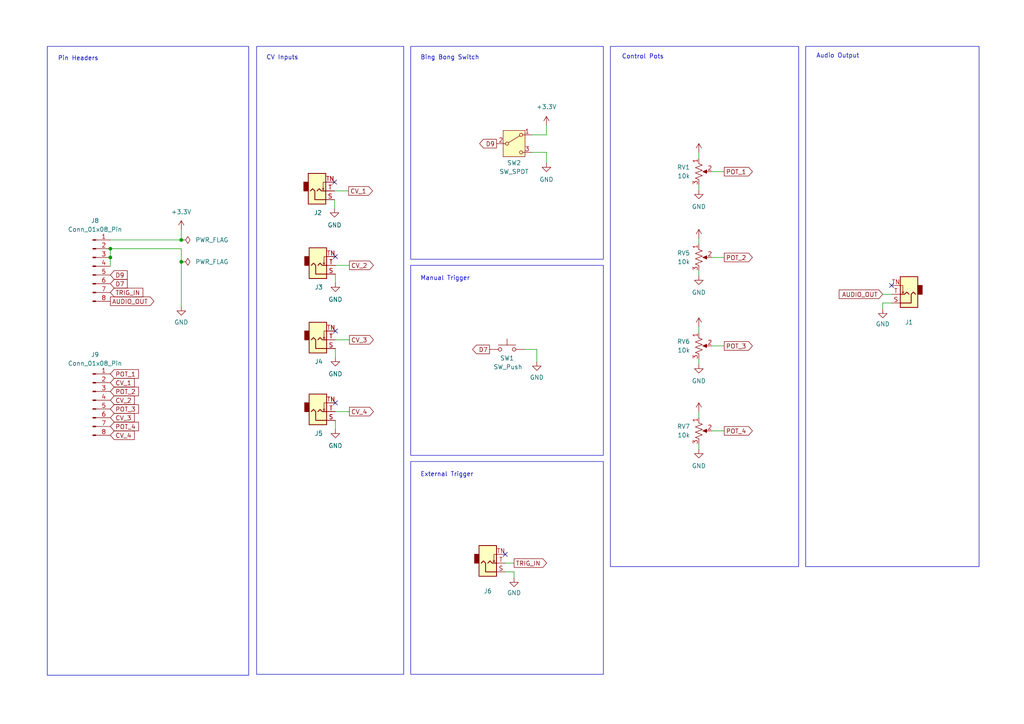
<source format=kicad_sch>
(kicad_sch (version 20231120) (generator "eeschema") (generator_version "8.0")
  (paper "A4")
  (lib_symbols
    (symbol "Connector:Conn_01x08_Pin" (pin_names (offset 1.016) hide)
      (property "Reference" "J" (at 0 10.16 0))
      (property "Value" "Conn_01x08_Pin" (at 0 -12.7 0))
      (symbol "Conn_01x08_Pin_1_1"
        (polyline (pts (xy 1.27 -10.16) (xy 0.8636 -10.16)) (stroke (width 0.1524)))
        (polyline (pts (xy 1.27 -7.62) (xy 0.8636 -7.62)) (stroke (width 0.1524)))
        (polyline (pts (xy 1.27 -5.08) (xy 0.8636 -5.08)) (stroke (width 0.1524)))
        (polyline (pts (xy 1.27 -2.54) (xy 0.8636 -2.54)) (stroke (width 0.1524)))
        (polyline (pts (xy 1.27 0) (xy 0.8636 0)) (stroke (width 0.1524)))
        (polyline (pts (xy 1.27 2.54) (xy 0.8636 2.54)) (stroke (width 0.1524)))
        (polyline (pts (xy 1.27 5.08) (xy 0.8636 5.08)) (stroke (width 0.1524)))
        (polyline (pts (xy 1.27 7.62) (xy 0.8636 7.62)) (stroke (width 0.1524)))
        (rectangle (start 0.8636 -10.033) (end 0 -10.287) (stroke (width 0.1524)) (fill (type outline)))
        (rectangle (start 0.8636 -7.493) (end 0 -7.747) (stroke (width 0.1524)) (fill (type outline)))
        (rectangle (start 0.8636 -4.953) (end 0 -5.207) (stroke (width 0.1524)) (fill (type outline)))
        (rectangle (start 0.8636 -2.413) (end 0 -2.667) (stroke (width 0.1524)) (fill (type outline)))
        (rectangle (start 0.8636 0.127) (end 0 -0.127) (stroke (width 0.1524)) (fill (type outline)))
        (rectangle (start 0.8636 2.667) (end 0 2.413) (stroke (width 0.1524)) (fill (type outline)))
        (rectangle (start 0.8636 5.207) (end 0 4.953) (stroke (width 0.1524)) (fill (type outline)))
        (rectangle (start 0.8636 7.747) (end 0 7.493) (stroke (width 0.1524)) (fill (type outline)))
        (pin passive line (at 5.08 7.62 180) (length 3.81) (name "Pin_1") (number "1"))
        (pin passive line (at 5.08 5.08 180) (length 3.81) (name "Pin_2") (number "2"))
        (pin passive line (at 5.08 2.54 180) (length 3.81) (name "Pin_3") (number "3"))
        (pin passive line (at 5.08 0 180) (length 3.81) (name "Pin_4") (number "4"))
        (pin passive line (at 5.08 -2.54 180) (length 3.81) (name "Pin_5") (number "5"))
        (pin passive line (at 5.08 -5.08 180) (length 3.81) (name "Pin_6") (number "6"))
        (pin passive line (at 5.08 -7.62 180) (length 3.81) (name "Pin_7") (number "7"))
        (pin passive line (at 5.08 -10.16 180) (length 3.81) (name "Pin_8") (number "8"))
      )
    )
    (symbol "Connector_Audio:AudioJack2_SwitchT"
      (property "Reference" "J" (at 0 8.89 0))
      (property "Value" "AudioJack2_SwitchT" (at 0 6.35 0))
      (symbol "AudioJack2_SwitchT_0_1"
        (rectangle (start -2.54 0) (end -3.81 -2.54) (stroke (width 0.254)) (fill (type outline)))
        (polyline (pts (xy 1.778 -0.254) (xy 2.032 -0.762)))
        (polyline (pts (xy 0 0) (xy 0.635 -0.635) (xy 1.27 0) (xy 2.54 0)) (stroke (width 0.254)))
        (polyline (pts (xy 2.54 -2.54) (xy 1.778 -2.54) (xy 1.778 -0.254) (xy 1.524 -0.762)))
        (polyline (pts (xy 2.54 2.54) (xy -0.635 2.54) (xy -0.635 0) (xy -1.27 -0.635) (xy -1.905 0)) (stroke (width 0.254)))
        (rectangle (start 2.54 3.81) (end -2.54 -5.08) (stroke (width 0.254)) (fill (type background)))
      )
      (symbol "AudioJack2_SwitchT_1_1"
        (pin passive line (at 5.08 2.54 180) (length 2.54) (name "~") (number "S"))
        (pin passive line (at 5.08 0 180) (length 2.54) (name "~") (number "T"))
        (pin passive line (at 5.08 -2.54 180) (length 2.54) (name "~") (number "TN"))
      )
    )
    (symbol "Device:R_Potentiometer_US" (pin_names (offset 1.016) hide)
      (property "Reference" "RV" (at -4.445 0 90))
      (property "Value" "R_Potentiometer_US" (at -2.54 0 90))
      (symbol "R_Potentiometer_US_0_1"
        (polyline (pts (xy 0 -2.286) (xy 0 -2.54)))
        (polyline (pts (xy 0 2.54) (xy 0 2.286)))
        (polyline (pts (xy 2.54 0) (xy 1.524 0)))
        (polyline (pts (xy 1.143 0) (xy 2.286 0.508) (xy 2.286 -0.508) (xy 1.143 0)) (fill (type outline)))
        (polyline (pts (xy 0 -0.762) (xy 1.016 -1.143) (xy 0 -1.524) (xy -1.016 -1.905) (xy 0 -2.286)))
        (polyline (pts (xy 0 0.762) (xy 1.016 0.381) (xy 0 0) (xy -1.016 -0.381) (xy 0 -0.762)))
        (polyline (pts (xy 0 2.286) (xy 1.016 1.905) (xy 0 1.524) (xy -1.016 1.143) (xy 0 0.762)))
      )
      (symbol "R_Potentiometer_US_1_1"
        (pin passive line (at 0 3.81 270) (length 1.27) (name "1") (number "1"))
        (pin passive line (at 3.81 0 180) (length 1.27) (name "2") (number "2"))
        (pin passive line (at 0 -3.81 90) (length 1.27) (name "3") (number "3"))
      )
    )
    (symbol "Switch:SW_Push" (pin_numbers hide) (pin_names (offset 1.016) hide)
      (property "Reference" "SW" (at 1.27 2.54 0))
      (property "Value" "SW_Push" (at 0 -1.524 0))
      (symbol "SW_Push_0_1"
        (circle (center -2.032 0) (radius 0.508))
        (polyline (pts (xy 0 1.27) (xy 0 3.048)))
        (polyline (pts (xy 2.54 1.27) (xy -2.54 1.27)))
        (circle (center 2.032 0) (radius 0.508))
        (pin passive line (at -5.08 0 0) (length 2.54) (name "1") (number "1"))
        (pin passive line (at 5.08 0 180) (length 2.54) (name "2") (number "2"))
      )
    )
    (symbol "Switch:SW_SPDT" (pin_names (offset 0) hide)
      (property "Reference" "SW" (at 0 5.08 0))
      (property "Value" "SW_SPDT" (at 0 -5.08 0))
      (symbol "SW_SPDT_0_1"
        (circle (center -2.032 0) (radius 0.4572))
        (polyline (pts (xy -1.651 0.254) (xy 1.651 2.286)))
        (circle (center 2.032 -2.54) (radius 0.4572))
        (circle (center 2.032 2.54) (radius 0.4572))
      )
      (symbol "SW_SPDT_1_1"
        (rectangle (start -3.175 3.81) (end 3.175 -3.81) (fill (type background)))
        (pin passive line (at 5.08 2.54 180) (length 2.54) (name "A") (number "1"))
        (pin passive line (at -5.08 0 0) (length 2.54) (name "B") (number "2"))
        (pin passive line (at 5.08 -2.54 180) (length 2.54) (name "C") (number "3"))
      )
    )
    (symbol "power:+3.3V" (power) (pin_names (offset 0))
      (property "Value" "+3.3V" (at 0 3.556 0))
      (symbol "+3.3V_0_1"
        (polyline (pts (xy -0.762 1.27) (xy 0 2.54)))
        (polyline (pts (xy 0 0) (xy 0 2.54)))
        (polyline (pts (xy 0 2.54) (xy 0.762 1.27)))
      )
      (symbol "+3.3V_1_1"
        (pin power_in line (at 0 0 90) (length 0) hide (name "+3.3V") (number "1"))
      )
    )
    (symbol "power:GND" (power) (pin_names (offset 0))
      (property "Value" "GND" (at 0 -3.81 0))
      (symbol "GND_0_1"
        (polyline (pts (xy 0 0) (xy 0 -1.27) (xy 1.27 -1.27) (xy 0 -2.54) (xy -1.27 -1.27) (xy 0 -1.27)))
      )
      (symbol "GND_1_1"
        (pin power_in line (at 0 0 270) (length 0) hide (name "GND") (number "1"))
      )
    )
    (symbol "power:PWR_FLAG" (power) (pin_numbers hide) (pin_names (offset 0) hide)
      (property "Value" "PWR_FLAG" (at 0 3.81 0))
      (symbol "PWR_FLAG_0_0"
        (pin power_out line (at 0 0 90) (length 0) (name "pwr") (number "1"))
      )
      (symbol "PWR_FLAG_0_1"
        (polyline (pts (xy 0 0) (xy 0 1.27) (xy -1.016 1.905) (xy 0 2.54) (xy 1.016 1.905) (xy 0 1.27)))
      )
    )
  )
  (junction (at 32.004 72.136))
  (junction (at 52.578 69.596))
  (junction (at 32.004 74.676))
  (junction (at 52.578 75.946))
  (no_connect (at 97.282 96.012))
  (no_connect (at 258.572 82.804))
  (no_connect (at 97.282 74.422))
  (no_connect (at 97.028 52.832))
  (no_connect (at 97.282 116.84))
  (no_connect (at 146.558 160.782))
  (wire (pts (xy 97.028 55.372) (xy 101.092 55.372)))
  (wire (pts (xy 202.692 119.38) (xy 202.692 121.158)))
  (wire (pts (xy 97.282 121.92) (xy 97.282 124.46)))
  (wire (pts (xy 256.032 87.884) (xy 258.572 87.884)))
  (wire (pts (xy 97.282 79.502) (xy 97.282 82.042)))
  (wire (pts (xy 97.282 101.092) (xy 97.282 103.632)))
  (wire (pts (xy 258.572 85.344) (xy 256.032 85.344)))
  (wire (pts (xy 202.692 128.778) (xy 202.692 130.302)))
  (wire (pts (xy 52.578 75.946) (xy 52.578 88.9)))
  (wire (pts (xy 202.692 69.088) (xy 202.692 70.866)))
  (wire (pts (xy 155.702 101.346) (xy 152.146 101.346)))
  (wire (pts (xy 32.004 77.216) (xy 32.004 74.676)))
  (wire (pts (xy 149.098 167.64) (xy 149.098 165.862)))
  (wire (pts (xy 155.702 104.902) (xy 155.702 101.346)))
  (wire (pts (xy 256.032 89.662) (xy 256.032 87.884)))
  (wire (pts (xy 52.578 66.548) (xy 52.578 69.596)))
  (wire (pts (xy 32.004 72.136) (xy 52.578 72.136)))
  (wire (pts (xy 97.028 57.912) (xy 97.028 60.452)))
  (wire (pts (xy 97.282 98.552) (xy 101.346 98.552)))
  (wire (pts (xy 202.692 94.742) (xy 202.692 96.52)))
  (wire (pts (xy 202.692 104.14) (xy 202.692 105.664)))
  (wire (pts (xy 210.058 49.784) (xy 206.502 49.784)))
  (wire (pts (xy 32.004 74.676) (xy 32.004 72.136)))
  (wire (pts (xy 210.058 100.33) (xy 206.502 100.33)))
  (wire (pts (xy 158.496 44.196) (xy 154.178 44.196)))
  (wire (pts (xy 210.058 124.968) (xy 206.502 124.968)))
  (wire (pts (xy 146.558 163.322) (xy 149.098 163.322)))
  (wire (pts (xy 52.578 69.596) (xy 32.004 69.596)))
  (wire (pts (xy 158.496 39.116) (xy 154.178 39.116)))
  (wire (pts (xy 202.692 53.594) (xy 202.692 55.118)))
  (wire (pts (xy 52.578 75.946) (xy 52.578 72.136)))
  (wire (pts (xy 210.058 74.676) (xy 206.502 74.676)))
  (wire (pts (xy 202.692 78.486) (xy 202.692 80.01)))
  (wire (pts (xy 149.098 165.862) (xy 146.558 165.862)))
  (wire (pts (xy 158.496 36.322) (xy 158.496 39.116)))
  (wire (pts (xy 158.496 47.244) (xy 158.496 44.196)))
  (wire (pts (xy 202.692 44.196) (xy 202.692 45.974)))
  (wire (pts (xy 97.282 76.962) (xy 101.346 76.962)))
  (wire (pts (xy 97.282 119.38) (xy 101.346 119.38)))
  (rectangle (start 119.126 76.962) (end 175.006 132.08))
  (rectangle (start 119.126 13.462) (end 175.006 75.184))
  (rectangle (start 13.716 13.462) (end 72.136 195.834))
  (rectangle (start 177.038 13.462) (end 231.648 164.338))
  (rectangle (start 119.126 133.858) (end 175.006 195.58))
  (rectangle (start 74.422 13.462) (end 117.094 195.58))
  (rectangle (start 233.68 13.462) (end 283.972 164.338))
  (text "Audio Output" (at 236.728 17.018 0) (effects (font (size 1.27 1.27)) (justify left bottom)))
  (text "Pin Headers" (at 16.764 17.78 0) (effects (font (size 1.27 1.27)) (justify left bottom)))
  (text "CV Inputs" (at 77.216 17.526 0) (effects (font (size 1.27 1.27)) (justify left bottom)))
  (text "Manual Trigger" (at 121.92 81.534 0) (effects (font (size 1.27 1.27)) (justify left bottom)))
  (text "External Trigger" (at 121.92 138.43 0) (effects (font (size 1.27 1.27)) (justify left bottom)))
  (text "Control Pots" (at 180.34 17.272 0) (effects (font (size 1.27 1.27)) (justify left bottom)))
  (text "Bing Bong Switch" (at 121.92 17.526 0) (effects (font (size 1.27 1.27)) (justify left bottom)))
  (global_label "POT_4" (shape input) (at 32.004 123.698 0) (property "Intersheetrefs" "${INTERSHEET_REFS}" (effects (hide yes))))
  (global_label "D9" (shape input) (at 32.004 79.756 0) (property "Intersheetrefs" "${INTERSHEET_REFS}" (effects (hide yes))))
  (global_label "CV_1" (shape input) (at 32.004 110.998 0) (property "Intersheetrefs" "${INTERSHEET_REFS}" (effects (hide yes))))
  (global_label "D7" (shape output) (at 141.986 101.346 180) (property "Intersheetrefs" "${INTERSHEET_REFS}" (effects (hide yes))))
  (global_label "TRIG_IN" (shape input) (at 32.004 84.836 0) (property "Intersheetrefs" "${INTERSHEET_REFS}" (effects (hide yes))))
  (global_label "AUDIO_OUT" (shape input) (at 256.032 85.344 180) (property "Intersheetrefs" "${INTERSHEET_REFS}" (effects (hide yes))))
  (global_label "POT_2" (shape output) (at 210.058 74.676 0) (property "Intersheetrefs" "${INTERSHEET_REFS}" (effects (hide yes))))
  (global_label "CV_4" (shape output) (at 101.346 119.38 0) (property "Intersheetrefs" "${INTERSHEET_REFS}" (effects (hide yes))))
  (global_label "POT_1" (shape output) (at 210.058 49.784 0) (property "Intersheetrefs" "${INTERSHEET_REFS}" (effects (hide yes))))
  (global_label "POT_3" (shape output) (at 210.058 100.33 0) (property "Intersheetrefs" "${INTERSHEET_REFS}" (effects (hide yes))))
  (global_label "CV_4" (shape input) (at 32.004 126.238 0) (property "Intersheetrefs" "${INTERSHEET_REFS}" (effects (hide yes))))
  (global_label "TRIG_IN" (shape output) (at 149.098 163.322 0) (property "Intersheetrefs" "${INTERSHEET_REFS}" (effects (hide yes))))
  (global_label "CV_2" (shape output) (at 101.346 76.962 0) (property "Intersheetrefs" "${INTERSHEET_REFS}" (effects (hide yes))))
  (global_label "CV_1" (shape output) (at 101.092 55.372 0) (property "Intersheetrefs" "${INTERSHEET_REFS}" (effects (hide yes))))
  (global_label "CV_3" (shape input) (at 32.004 121.158 0) (property "Intersheetrefs" "${INTERSHEET_REFS}" (effects (hide yes))))
  (global_label "CV_3" (shape output) (at 101.346 98.552 0) (property "Intersheetrefs" "${INTERSHEET_REFS}" (effects (hide yes))))
  (global_label "CV_2" (shape input) (at 32.004 116.078 0) (property "Intersheetrefs" "${INTERSHEET_REFS}" (effects (hide yes))))
  (global_label "D9" (shape output) (at 144.018 41.656 180) (property "Intersheetrefs" "${INTERSHEET_REFS}" (effects (hide yes))))
  (global_label "POT_4" (shape output) (at 210.058 124.968 0) (property "Intersheetrefs" "${INTERSHEET_REFS}" (effects (hide yes))))
  (global_label "POT_1" (shape input) (at 32.004 108.458 0) (property "Intersheetrefs" "${INTERSHEET_REFS}" (effects (hide yes))))
  (global_label "POT_3" (shape input) (at 32.004 118.618 0) (property "Intersheetrefs" "${INTERSHEET_REFS}" (effects (hide yes))))
  (global_label "AUDIO_OUT" (shape output) (at 32.004 87.376 0) (property "Intersheetrefs" "${INTERSHEET_REFS}" (effects (hide yes))))
  (global_label "POT_2" (shape input) (at 32.004 113.538 0) (property "Intersheetrefs" "${INTERSHEET_REFS}" (effects (hide yes))))
  (global_label "D7" (shape input) (at 32.004 82.296 0) (property "Intersheetrefs" "${INTERSHEET_REFS}" (effects (hide yes))))
  (symbol (lib_id "Connector_Audio:AudioJack2_SwitchT") (at 92.202 119.38 0) (mirror x) (unit 1)
    (property "Reference" "J5" (at 92.456 125.73 0))
    (property "Footprint" "Connector_Audio:Jack_3.5mm_QingPu_WQP-PJ398SM_Vertical_CircularHoles" (effects (hide yes)))
  )
  (symbol (lib_id "power:GND") (at 256.032 89.662 0) (mirror y) (unit 1)
    (property "Reference" "#PWR01" (effects (hide yes)))
    (property "Value" "GND" (at 256.032 93.98 0))
  )
  (symbol (lib_id "power:GND") (at 158.496 47.244 0) (unit 1)
    (property "Reference" "#PWR07" (effects (hide yes)))
    (property "Value" "GND" (at 158.496 52.07 0))
  )
  (symbol (lib_id "power:GND") (at 149.098 167.64 0) (unit 1)
    (property "Reference" "#PWR09" (effects (hide yes)))
    (property "Value" "GND" (at 149.098 171.958 0))
  )
  (symbol (lib_id "power:GND") (at 97.282 103.632 0) (unit 1)
    (property "Reference" "#PWR04" (effects (hide yes)))
    (property "Value" "GND" (at 97.282 108.458 0))
  )
  (symbol (lib_id "power:GND") (at 52.578 88.9 0) (unit 1)
    (property "Reference" "#PWR047" (effects (hide yes)))
    (property "Value" "GND" (at 52.578 93.472 0))
  )
  (symbol (lib_id "Switch:SW_SPDT") (at 149.098 41.656 0) (unit 1)
    (property "Reference" "SW2" (at 149.098 47.244 0))
    (property "Value" "SW_SPDT" (at 149.098 49.784 0))
    (property "Footprint" "SPDT SPST Toggle Switch THIS ONE:SW_Toggle_Blue_wSlots" (effects (hide yes)))
  )
  (symbol (lib_id "Connector_Audio:AudioJack2_SwitchT") (at 92.202 98.552 0) (mirror x) (unit 1)
    (property "Reference" "J4" (at 92.456 104.902 0))
    (property "Footprint" "Connector_Audio:Jack_3.5mm_QingPu_WQP-PJ398SM_Vertical_CircularHoles" (effects (hide yes)))
  )
  (symbol (lib_id "Connector:Conn_01x08_Pin") (at 26.924 77.216 0) (unit 1)
    (property "Reference" "J8" (at 27.559 64.008 0))
    (property "Value" "Conn_01x08_Pin" (at 27.559 66.548 0))
    (property "Footprint" "Connector_PinSocket_2.54mm:PinSocket_1x08_P2.54mm_Vertical" (effects (hide yes)))
  )
  (symbol (lib_id "power:GND") (at 155.702 104.902 0) (unit 1)
    (property "Reference" "#PWR06" (effects (hide yes)))
    (property "Value" "GND" (at 155.702 109.474 0))
  )
  (symbol (lib_id "Switch:SW_Push") (at 147.066 101.346 0) (unit 1)
    (property "Reference" "SW1" (at 147.066 103.886 0))
    (property "Value" "SW_Push" (at 147.32 106.426 0))
    (property "Footprint" "Button_Switch_Keyboard:SW_Cherry_MX_1.00u_PCB" (effects (hide yes)))
  )
  (symbol (lib_id "Device:R_Potentiometer_US") (at 202.692 124.968 0) (unit 1)
    (property "Reference" "RV7" (at 200.152 123.698 0) (effects (justify right)))
    (property "Value" "10k" (at 200.152 126.238 0) (effects (justify right)))
    (property "Footprint" "Potentiometer_THT:Potentiometer_Bourns_PTV09A-1_Single_Vertical" (effects (hide yes)))
  )
  (symbol (lib_id "power:+3.3V") (at 52.578 66.548 0) (unit 1)
    (property "Reference" "#PWR044" (effects (hide yes)))
    (property "Value" "+3.3V" (at 52.578 61.468 0))
  )
  (symbol (lib_id "power:GND") (at 202.692 80.01 0) (unit 1)
    (property "Reference" "#PWR014" (effects (hide yes)))
    (property "Value" "GND" (at 202.692 84.836 0))
  )
  (symbol (lib_id "Connector_Audio:AudioJack2_SwitchT") (at 141.478 163.322 0) (mirror x) (unit 1)
    (property "Reference" "J6" (at 141.478 171.45 0))
    (property "Footprint" "Connector_Audio:Jack_3.5mm_QingPu_WQP-PJ398SM_Vertical_CircularHoles" (effects (hide yes)))
  )
  (symbol (lib_id "power:+3.3V") (at 202.692 44.196 0) (unit 1)
    (property "Reference" "#PWR012" (effects (hide yes)))
    (property "Value" "+3.3V" (effects (hide yes)))
  )
  (symbol (lib_id "power:+3.3V") (at 202.692 69.088 0) (unit 1)
    (property "Reference" "#PWR013" (effects (hide yes)))
    (property "Value" "+3.3V" (effects (hide yes)))
  )
  (symbol (lib_id "power:+3.3V") (at 158.496 36.322 0) (unit 1)
    (property "Reference" "#PWR08" (effects (hide yes)))
    (property "Value" "+3.3V" (at 158.496 30.988 0))
  )
  (symbol (lib_id "power:GND") (at 202.692 105.664 0) (unit 1)
    (property "Reference" "#PWR029" (effects (hide yes)))
    (property "Value" "GND" (at 202.692 110.49 0))
  )
  (symbol (lib_id "power:GND") (at 97.282 82.042 0) (unit 1)
    (property "Reference" "#PWR03" (effects (hide yes)))
    (property "Value" "GND" (at 97.282 86.868 0))
  )
  (symbol (lib_id "Connector:Conn_01x08_Pin") (at 26.924 116.078 0) (unit 1)
    (property "Reference" "J9" (at 27.559 102.87 0))
    (property "Value" "Conn_01x08_Pin" (at 27.559 105.41 0))
    (property "Footprint" "Connector_PinSocket_2.54mm:PinSocket_1x08_P2.54mm_Vertical" (effects (hide yes)))
  )
  (symbol (lib_id "power:PWR_FLAG") (at 52.578 69.596 270) (unit 1)
    (property "Reference" "#FLG01" (effects (hide yes)))
    (property "Value" "PWR_FLAG" (at 56.642 69.596 90) (effects (justify left)))
  )
  (symbol (lib_id "Connector_Audio:AudioJack2_SwitchT") (at 263.652 85.344 180) (unit 1)
    (property "Reference" "J1" (at 263.652 93.472 0))
    (property "Footprint" "Connector_Audio:Jack_3.5mm_QingPu_WQP-PJ398SM_Vertical_CircularHoles" (effects (hide yes)))
  )
  (symbol (lib_id "power:PWR_FLAG") (at 52.578 75.946 270) (unit 1)
    (property "Reference" "#FLG02" (effects (hide yes)))
    (property "Value" "PWR_FLAG" (at 56.642 75.946 90) (effects (justify left)))
  )
  (symbol (lib_id "power:GND") (at 97.282 124.46 0) (unit 1)
    (property "Reference" "#PWR05" (effects (hide yes)))
    (property "Value" "GND" (at 97.282 129.286 0))
  )
  (symbol (lib_id "power:GND") (at 97.028 60.452 0) (unit 1)
    (property "Reference" "#PWR02" (effects (hide yes)))
    (property "Value" "GND" (at 97.028 65.278 0))
  )
  (symbol (lib_id "power:+3.3V") (at 202.692 94.742 0) (unit 1)
    (property "Reference" "#PWR015" (effects (hide yes)))
    (property "Value" "+3.3V" (effects (hide yes)))
  )
  (symbol (lib_id "power:+3.3V") (at 202.692 119.38 0) (unit 1)
    (property "Reference" "#PWR045" (effects (hide yes)))
    (property "Value" "+3.3V" (effects (hide yes)))
  )
  (symbol (lib_id "power:GND") (at 202.692 55.118 0) (unit 1)
    (property "Reference" "#PWR028" (effects (hide yes)))
    (property "Value" "GND" (at 202.692 59.944 0))
  )
  (symbol (lib_id "Device:R_Potentiometer_US") (at 202.692 74.676 0) (unit 1)
    (property "Reference" "RV5" (at 200.152 73.406 0) (effects (justify right)))
    (property "Value" "10k" (at 200.152 75.946 0) (effects (justify right)))
    (property "Footprint" "Potentiometer_THT:Potentiometer_Bourns_PTV09A-1_Single_Vertical" (effects (hide yes)))
  )
  (symbol (lib_id "Connector_Audio:AudioJack2_SwitchT") (at 92.202 76.962 0) (mirror x) (unit 1)
    (property "Reference" "J3" (at 92.456 83.312 0))
    (property "Footprint" "Connector_Audio:Jack_3.5mm_QingPu_WQP-PJ398SM_Vertical_CircularHoles" (effects (hide yes)))
  )
  (symbol (lib_id "power:GND") (at 202.692 130.302 0) (unit 1)
    (property "Reference" "#PWR046" (effects (hide yes)))
    (property "Value" "GND" (at 202.692 135.128 0))
  )
  (symbol (lib_id "Connector_Audio:AudioJack2_SwitchT") (at 91.948 55.372 0) (mirror x) (unit 1)
    (property "Reference" "J2" (at 92.202 61.722 0))
    (property "Footprint" "Connector_Audio:Jack_3.5mm_QingPu_WQP-PJ398SM_Vertical_CircularHoles" (effects (hide yes)))
  )
  (symbol (lib_id "Device:R_Potentiometer_US") (at 202.692 100.33 0) (unit 1)
    (property "Reference" "RV6" (at 200.152 99.06 0) (effects (justify right)))
    (property "Value" "10k" (at 200.152 101.6 0) (effects (justify right)))
    (property "Footprint" "Potentiometer_THT:Potentiometer_Bourns_PTV09A-1_Single_Vertical" (effects (hide yes)))
  )
  (symbol (lib_id "Device:R_Potentiometer_US") (at 202.692 49.784 0) (unit 1)
    (property "Reference" "RV1" (at 200.152 48.514 0) (effects (justify right)))
    (property "Value" "10k" (at 200.152 51.054 0) (effects (justify right)))
    (property "Footprint" "Potentiometer_THT:Potentiometer_Bourns_PTV09A-1_Single_Vertical" (effects (hide yes)))
  )
)
</source>
